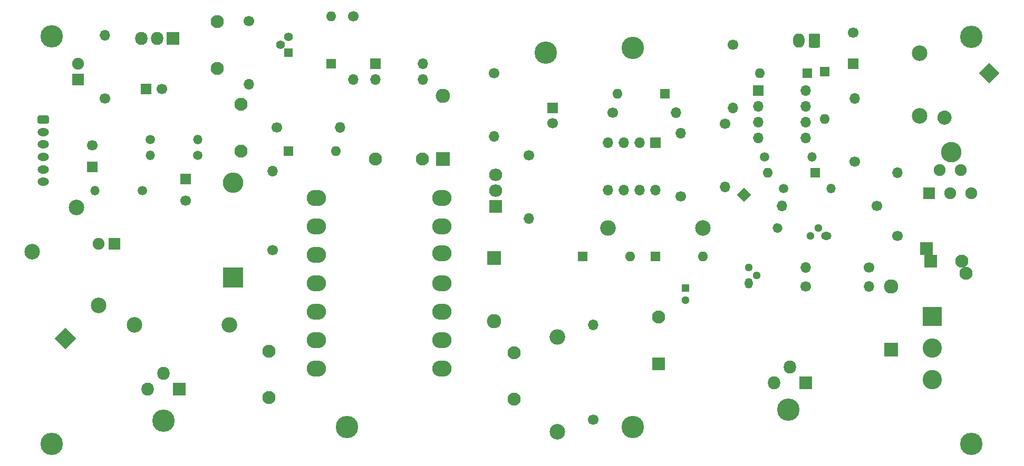
<source format=gbr>
%TF.GenerationSoftware,KiCad,Pcbnew,(5.1.6)-1*%
%TF.CreationDate,2021-01-03T22:36:31+05:30*%
%TF.ProjectId,supplyboard,73757070-6c79-4626-9f61-72642e6b6963,rev?*%
%TF.SameCoordinates,Original*%
%TF.FileFunction,Soldermask,Top*%
%TF.FilePolarity,Negative*%
%FSLAX46Y46*%
G04 Gerber Fmt 4.6, Leading zero omitted, Abs format (unit mm)*
G04 Created by KiCad (PCBNEW (5.1.6)-1) date 2021-01-03 22:36:31*
%MOMM*%
%LPD*%
G01*
G04 APERTURE LIST*
%ADD10O,2.500000X2.500000*%
%ADD11C,2.500000*%
%ADD12O,3.300000X3.300000*%
%ADD13R,3.300000X3.300000*%
%ADD14C,1.700000*%
%ADD15R,1.700000X1.700000*%
%ADD16O,1.700000X1.700000*%
%ADD17O,1.500000X1.500000*%
%ADD18C,1.500000*%
%ADD19O,1.850000X1.300000*%
%ADD20R,1.300000X1.300000*%
%ADD21C,1.300000*%
%ADD22C,0.100000*%
%ADD23C,3.600000*%
%ADD24O,1.600000X1.600000*%
%ADD25R,1.600000X1.600000*%
%ADD26C,2.100000*%
%ADD27R,2.100000X2.100000*%
%ADD28O,3.100000X2.600000*%
%ADD29O,2.300000X2.300000*%
%ADD30R,2.300000X2.300000*%
%ADD31C,1.900000*%
%ADD32R,1.900000X1.900000*%
%ADD33O,2.005000X2.100000*%
%ADD34R,2.005000X2.100000*%
%ADD35C,3.100000*%
%ADD36R,3.100000X3.100000*%
%ADD37O,1.900000X1.900000*%
%ADD38C,3.300000*%
%ADD39O,1.840000X2.290000*%
%ADD40O,1.300000X1.300000*%
%ADD41O,1.700000X1.300000*%
%ADD42R,2.100000X2.005000*%
%ADD43O,2.100000X2.005000*%
%ADD44O,1.300000X1.700000*%
%ADD45C,1.400000*%
%ADD46R,1.400000X1.400000*%
G04 APERTURE END LIST*
D10*
%TO.C,R6*%
X123190000Y-130810000D03*
D11*
X123190000Y-146050000D03*
%TD*%
D12*
%TO.C,D8*%
X71120000Y-106045000D03*
D13*
X71120000Y-121285000D03*
%TD*%
D14*
%TO.C,C20*%
X63500000Y-108910000D03*
D15*
X63500000Y-105410000D03*
%TD*%
D16*
%TO.C,R19*%
X77470000Y-104140000D03*
D14*
X77470000Y-116840000D03*
%TD*%
D17*
%TO.C,R25*%
X57785000Y-101600000D03*
D18*
X65405000Y-101600000D03*
%TD*%
D17*
%TO.C,R21*%
X65405000Y-99060000D03*
D18*
X57785000Y-99060000D03*
%TD*%
D17*
%TO.C,R9*%
X48895000Y-107315000D03*
D18*
X56515000Y-107315000D03*
%TD*%
D19*
%TO.C,J2*%
X40640000Y-105885000D03*
X40640000Y-103885000D03*
X40640000Y-101885000D03*
X40640000Y-99885000D03*
X40640000Y-97885000D03*
G36*
G01*
X39985832Y-95235000D02*
X41294168Y-95235000D01*
G75*
G02*
X41565000Y-95505832I0J-270832D01*
G01*
X41565000Y-96264168D01*
G75*
G02*
X41294168Y-96535000I-270832J0D01*
G01*
X39985832Y-96535000D01*
G75*
G02*
X39715000Y-96264168I0J270832D01*
G01*
X39715000Y-95505832D01*
G75*
G02*
X39985832Y-95235000I270832J0D01*
G01*
G37*
%TD*%
D16*
%TO.C,R31*%
X159258000Y-109728000D03*
D14*
X174498000Y-109728000D03*
%TD*%
D17*
%TO.C,R30*%
X167132000Y-106934000D03*
D18*
X159512000Y-106934000D03*
%TD*%
D17*
%TO.C,R36*%
X164084000Y-101854000D03*
D18*
X156464000Y-101854000D03*
%TD*%
D20*
%TO.C,C18*%
X143764000Y-122936000D03*
D21*
X143764000Y-124936000D03*
%TD*%
%TO.C,D3*%
G36*
G01*
X186160968Y-94763032D02*
X186160968Y-94763032D01*
G75*
G02*
X186160968Y-96389378I-813173J-813173D01*
G01*
X186160968Y-96389378D01*
G75*
G02*
X184534622Y-96389378I-813173J813173D01*
G01*
X184534622Y-96389378D01*
G75*
G02*
X184534622Y-94763032I813173J813173D01*
G01*
X184534622Y-94763032D01*
G75*
G02*
X186160968Y-94763032I813173J-813173D01*
G01*
G37*
D22*
G36*
X192532000Y-86765654D02*
G01*
X194158346Y-88392000D01*
X192532000Y-90018346D01*
X190905654Y-88392000D01*
X192532000Y-86765654D01*
G37*
%TD*%
D23*
%TO.C,*%
X42025000Y-82500000D03*
%TD*%
%TO.C,*%
X189665000Y-82550000D03*
%TD*%
%TO.C,*%
X189675000Y-148005000D03*
%TD*%
%TO.C,*%
X160274000Y-142494000D03*
%TD*%
%TO.C,*%
X89408000Y-145288000D03*
%TD*%
%TO.C,*%
X42025000Y-148005000D03*
%TD*%
D15*
%TO.C,C21*%
X48514000Y-103505000D03*
D14*
X48514000Y-100005000D03*
%TD*%
D24*
%TO.C,ZD*%
X146558000Y-117856000D03*
D25*
X138938000Y-117856000D03*
%TD*%
D26*
%TO.C,C4*%
X188806144Y-120618000D03*
D27*
X182461856Y-116618000D03*
D26*
X188134000Y-118618000D03*
D27*
X183134000Y-118618000D03*
%TD*%
D28*
%TO.C,T1*%
X84455000Y-113030000D03*
X84455000Y-122174000D03*
X84455000Y-135890000D03*
X104648000Y-122174000D03*
X104648000Y-113030000D03*
X104648000Y-108458000D03*
X104648000Y-126746000D03*
X84455000Y-131318000D03*
X84455000Y-126746000D03*
X104648000Y-131318000D03*
X84455000Y-117602000D03*
X84455000Y-108458000D03*
X104648000Y-117348000D03*
X104648000Y-135890000D03*
%TD*%
D25*
%TO.C,D2*%
X127254000Y-117856000D03*
D24*
X134874000Y-117856000D03*
%TD*%
%TO.C,D7*%
X132842000Y-91694000D03*
D25*
X140462000Y-91694000D03*
%TD*%
%TO.C,D10*%
X166116000Y-88138000D03*
D24*
X166116000Y-95758000D03*
%TD*%
D25*
%TO.C,D9*%
X163322000Y-88392000D03*
D24*
X155702000Y-88392000D03*
%TD*%
%TO.C,D14*%
X156972000Y-104394000D03*
D25*
X164592000Y-104394000D03*
%TD*%
D22*
%TO.C,D13*%
G36*
X152030629Y-107950000D02*
G01*
X153162000Y-106818629D01*
X154293371Y-107950000D01*
X153162000Y-109081371D01*
X152030629Y-107950000D01*
G37*
G36*
G01*
X157984469Y-112772469D02*
X157984469Y-112772469D01*
G75*
G02*
X159115839Y-112772469I565685J-565685D01*
G01*
X159115839Y-112772469D01*
G75*
G02*
X159115839Y-113903839I-565685J-565685D01*
G01*
X159115839Y-113903839D01*
G75*
G02*
X157984469Y-113903839I-565685J565685D01*
G01*
X157984469Y-113903839D01*
G75*
G02*
X157984469Y-112772469I565685J565685D01*
G01*
G37*
%TD*%
D10*
%TO.C,R4*%
X131318000Y-113284000D03*
D11*
X146558000Y-113284000D03*
%TD*%
D29*
%TO.C,D4*%
X113030000Y-128270000D03*
D30*
X113030000Y-118110000D03*
%TD*%
D31*
%TO.C,LED1*%
X49530000Y-115824000D03*
D32*
X52070000Y-115824000D03*
%TD*%
D31*
%TO.C,LED2*%
X46228000Y-86868000D03*
D32*
X46228000Y-89408000D03*
%TD*%
D33*
%TO.C,Q2*%
X57404000Y-139192000D03*
X59944000Y-136652000D03*
D34*
X62484000Y-139192000D03*
%TD*%
D33*
%TO.C,Q1*%
X157988000Y-138176000D03*
X160528000Y-135636000D03*
D34*
X163068000Y-138176000D03*
%TD*%
D29*
%TO.C,D1*%
X176784000Y-122682000D03*
D30*
X176784000Y-132842000D03*
%TD*%
D29*
%TO.C,D6*%
X104775000Y-92075000D03*
D30*
X104775000Y-102235000D03*
%TD*%
D16*
%TO.C,R42*%
X177800000Y-104394000D03*
D14*
X177800000Y-114554000D03*
%TD*%
D35*
%TO.C,J1*%
X183388000Y-137668000D03*
X183388000Y-132588000D03*
D36*
X183388000Y-127508000D03*
%TD*%
D10*
%TO.C,R2*%
X70485000Y-128905000D03*
D11*
X55245000Y-128905000D03*
%TD*%
%TO.C,L1*%
X45933068Y-110022932D03*
X38862000Y-117094000D03*
%TD*%
%TO.C,L2*%
X181356000Y-85250000D03*
X181356000Y-95250000D03*
%TD*%
D37*
%TO.C,U6*%
X189680000Y-107696000D03*
X187980000Y-103996000D03*
X186280000Y-107696000D03*
X184580000Y-103996000D03*
D32*
X182880000Y-107696000D03*
%TD*%
D14*
%TO.C,C8*%
X170688000Y-81868000D03*
D15*
X170688000Y-86868000D03*
%TD*%
D16*
%TO.C,R45*%
X170942000Y-92456000D03*
D14*
X170942000Y-102616000D03*
%TD*%
D16*
%TO.C,R27*%
X142240000Y-94742000D03*
D14*
X132080000Y-94742000D03*
%TD*%
%TO.C,C3*%
X122428000Y-96480000D03*
D15*
X122428000Y-93980000D03*
%TD*%
D16*
%TO.C,R46*%
X163068000Y-119634000D03*
D14*
X173228000Y-119634000D03*
%TD*%
D16*
%TO.C,R47*%
X173228000Y-122682000D03*
D14*
X163068000Y-122682000D03*
%TD*%
D23*
%TO.C,*%
X135255000Y-145288000D03*
%TD*%
%TO.C,*%
X135255000Y-84328000D03*
%TD*%
%TO.C,*%
X121285000Y-85090000D03*
%TD*%
%TO.C,REF\u002A\u002A*%
X59944000Y-144272000D03*
%TD*%
D16*
%TO.C,R12*%
X50546000Y-82296000D03*
D14*
X50546000Y-92456000D03*
%TD*%
%TO.C,C16*%
X59650000Y-90932000D03*
D15*
X57150000Y-90932000D03*
%TD*%
D26*
%TO.C,C12*%
X68580000Y-80130000D03*
X68580000Y-87630000D03*
%TD*%
D16*
%TO.C,R14*%
X143002000Y-98044000D03*
D14*
X143002000Y-108204000D03*
%TD*%
D16*
%TO.C,R29*%
X150114000Y-106680000D03*
D14*
X150114000Y-96520000D03*
%TD*%
D16*
%TO.C,R28*%
X151384000Y-93980000D03*
D14*
X151384000Y-83820000D03*
%TD*%
D16*
%TO.C,R20*%
X88265000Y-97155000D03*
D14*
X78105000Y-97155000D03*
%TD*%
D16*
%TO.C,R18*%
X113030000Y-98552000D03*
D14*
X113030000Y-88392000D03*
%TD*%
D16*
%TO.C,R5*%
X118618000Y-111760000D03*
D14*
X118618000Y-101600000D03*
%TD*%
D16*
%TO.C,R16*%
X90424000Y-89408000D03*
D14*
X90424000Y-79248000D03*
%TD*%
D16*
%TO.C,R17*%
X73660000Y-90170000D03*
D14*
X73660000Y-80010000D03*
%TD*%
D11*
%TO.C,C19*%
X49499301Y-125760699D03*
D22*
G36*
X44196000Y-132831767D02*
G01*
X42428233Y-131064000D01*
X44196000Y-129296233D01*
X45963767Y-131064000D01*
X44196000Y-132831767D01*
G37*
%TD*%
D38*
%TO.C,*%
X186436000Y-101092000D03*
%TD*%
D26*
%TO.C,C1*%
X116205000Y-140850000D03*
X116205000Y-133350000D03*
%TD*%
%TO.C,C2*%
X76835000Y-133096000D03*
X76835000Y-140596000D03*
%TD*%
%TO.C,C5*%
X139446000Y-127628000D03*
D27*
X139446000Y-135128000D03*
%TD*%
D26*
%TO.C,C10*%
X93980000Y-102235000D03*
X101480000Y-102235000D03*
%TD*%
%TO.C,C13*%
X72390000Y-93465000D03*
X72390000Y-100965000D03*
%TD*%
D24*
%TO.C,D5*%
X86868000Y-79248000D03*
D25*
X86868000Y-86868000D03*
%TD*%
%TO.C,D11*%
X80010000Y-100965000D03*
D24*
X87630000Y-100965000D03*
%TD*%
%TO.C,J3*%
G36*
G01*
X165385000Y-82304367D02*
X165385000Y-84065633D01*
G75*
G02*
X165120633Y-84330000I-264367J0D01*
G01*
X163809367Y-84330000D01*
G75*
G02*
X163545000Y-84065633I0J264367D01*
G01*
X163545000Y-82304367D01*
G75*
G02*
X163809367Y-82040000I264367J0D01*
G01*
X165120633Y-82040000D01*
G75*
G02*
X165385000Y-82304367I0J-264367D01*
G01*
G37*
D39*
X161925000Y-83185000D03*
%TD*%
D40*
%TO.C,Q3*%
X163830000Y-114554000D03*
X165100000Y-113284000D03*
D41*
X166370000Y-114554000D03*
%TD*%
D42*
%TO.C,Q4*%
X113284000Y-109855000D03*
D43*
X113284000Y-107315000D03*
X113284000Y-104775000D03*
%TD*%
D44*
%TO.C,Q5*%
X153924000Y-122174000D03*
D40*
X155194000Y-120904000D03*
X153924000Y-119634000D03*
%TD*%
D14*
%TO.C,R3*%
X128905000Y-144145000D03*
D16*
X128905000Y-128905000D03*
%TD*%
D15*
%TO.C,U1*%
X93980000Y-86868000D03*
D16*
X101600000Y-89408000D03*
X93980000Y-89408000D03*
X101600000Y-86868000D03*
%TD*%
D15*
%TO.C,U2*%
X138938000Y-99568000D03*
D16*
X131318000Y-107188000D03*
X136398000Y-99568000D03*
X133858000Y-107188000D03*
X133858000Y-99568000D03*
X136398000Y-107188000D03*
X131318000Y-99568000D03*
X138938000Y-107188000D03*
%TD*%
D45*
%TO.C,U3*%
X78740000Y-83820000D03*
X80010000Y-82550000D03*
D46*
X80010000Y-85090000D03*
%TD*%
D34*
%TO.C,U4*%
X61468000Y-82804000D03*
D33*
X58928000Y-82804000D03*
X56388000Y-82804000D03*
%TD*%
D16*
%TO.C,U5*%
X163068000Y-91186000D03*
X155448000Y-98806000D03*
X163068000Y-93726000D03*
X155448000Y-96266000D03*
X163068000Y-96266000D03*
X155448000Y-93726000D03*
X163068000Y-98806000D03*
D15*
X155448000Y-91186000D03*
%TD*%
M02*

</source>
